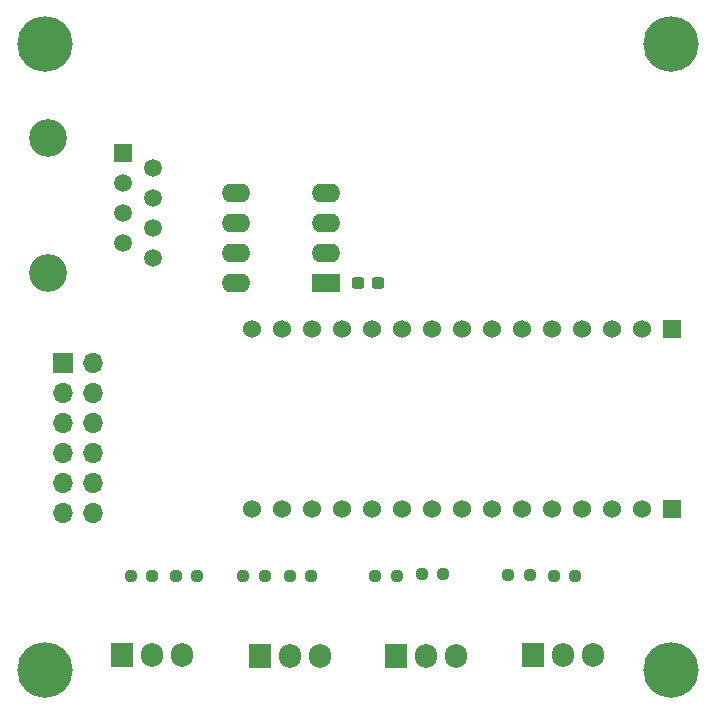
<source format=gts>
G04 #@! TF.GenerationSoftware,KiCad,Pcbnew,6.0.6*
G04 #@! TF.CreationDate,2022-08-23T19:51:20-05:00*
G04 #@! TF.ProjectId,Penguinator-Glue-Board,50656e67-7569-46e6-9174-6f722d476c75,rev?*
G04 #@! TF.SameCoordinates,Original*
G04 #@! TF.FileFunction,Soldermask,Top*
G04 #@! TF.FilePolarity,Negative*
%FSLAX46Y46*%
G04 Gerber Fmt 4.6, Leading zero omitted, Abs format (unit mm)*
G04 Created by KiCad (PCBNEW 6.0.6) date 2022-08-23 19:51:20*
%MOMM*%
%LPD*%
G01*
G04 APERTURE LIST*
G04 Aperture macros list*
%AMRoundRect*
0 Rectangle with rounded corners*
0 $1 Rounding radius*
0 $2 $3 $4 $5 $6 $7 $8 $9 X,Y pos of 4 corners*
0 Add a 4 corners polygon primitive as box body*
4,1,4,$2,$3,$4,$5,$6,$7,$8,$9,$2,$3,0*
0 Add four circle primitives for the rounded corners*
1,1,$1+$1,$2,$3*
1,1,$1+$1,$4,$5*
1,1,$1+$1,$6,$7*
1,1,$1+$1,$8,$9*
0 Add four rect primitives between the rounded corners*
20,1,$1+$1,$2,$3,$4,$5,0*
20,1,$1+$1,$4,$5,$6,$7,0*
20,1,$1+$1,$6,$7,$8,$9,0*
20,1,$1+$1,$8,$9,$2,$3,0*%
G04 Aperture macros list end*
%ADD10RoundRect,0.237500X0.300000X0.237500X-0.300000X0.237500X-0.300000X-0.237500X0.300000X-0.237500X0*%
%ADD11R,1.530000X1.530000*%
%ADD12C,1.530000*%
%ADD13R,2.400000X1.600000*%
%ADD14O,2.400000X1.600000*%
%ADD15RoundRect,0.237500X-0.250000X-0.237500X0.250000X-0.237500X0.250000X0.237500X-0.250000X0.237500X0*%
%ADD16R,1.905000X2.000000*%
%ADD17O,1.905000X2.000000*%
%ADD18R,1.700000X1.700000*%
%ADD19O,1.700000X1.700000*%
%ADD20C,3.200000*%
%ADD21R,1.500000X1.500000*%
%ADD22C,1.500000*%
%ADD23C,3.100000*%
%ADD24C,4.700000*%
G04 APERTURE END LIST*
D10*
X31723500Y-23749000D03*
X29998500Y-23749000D03*
D11*
X56601000Y-27632500D03*
D12*
X54061000Y-27632500D03*
X51521000Y-27632500D03*
X48981000Y-27632500D03*
X46441000Y-27632500D03*
X43901000Y-27632500D03*
X41361000Y-27632500D03*
X38821000Y-27632500D03*
X36281000Y-27632500D03*
X33741000Y-27632500D03*
X31201000Y-27632500D03*
X28661000Y-27632500D03*
X26121000Y-27632500D03*
X23581000Y-27632500D03*
X21041000Y-27632500D03*
X21041000Y-42872500D03*
X23581000Y-42872500D03*
X26121000Y-42872500D03*
X28661000Y-42872500D03*
X31201000Y-42872500D03*
X33741000Y-42872500D03*
X36281000Y-42872500D03*
X38821000Y-42872500D03*
X41361000Y-42872500D03*
X43901000Y-42872500D03*
X46441000Y-42872500D03*
X48981000Y-42872500D03*
X51521000Y-42872500D03*
X54061000Y-42872500D03*
D11*
X56601000Y-42872500D03*
D13*
X27320000Y-23739000D03*
D14*
X27320000Y-21199000D03*
X27320000Y-18659000D03*
X27320000Y-16119000D03*
X19700000Y-16119000D03*
X19700000Y-18659000D03*
X19700000Y-21199000D03*
X19700000Y-23739000D03*
D15*
X46585500Y-48514000D03*
X48410500Y-48514000D03*
X42759500Y-48466000D03*
X44584500Y-48466000D03*
X35409500Y-48387000D03*
X37234500Y-48387000D03*
X31472500Y-48514000D03*
X33297500Y-48514000D03*
X24233500Y-48514000D03*
X26058500Y-48514000D03*
X20296500Y-48514000D03*
X22121500Y-48514000D03*
X14581500Y-48514000D03*
X16406500Y-48514000D03*
X10771500Y-48514000D03*
X12596500Y-48514000D03*
D16*
X21717000Y-55301000D03*
D17*
X24257000Y-55301000D03*
X26797000Y-55301000D03*
X38354000Y-55301000D03*
X35814000Y-55301000D03*
D16*
X33274000Y-55301000D03*
X44831000Y-55174000D03*
D17*
X47371000Y-55174000D03*
X49911000Y-55174000D03*
D16*
X10033000Y-55174000D03*
D17*
X12573000Y-55174000D03*
X15113000Y-55174000D03*
D18*
X5080000Y-30480000D03*
D19*
X7620000Y-30480000D03*
X5080000Y-33020000D03*
X7620000Y-33020000D03*
X5080000Y-35560000D03*
X7620000Y-35560000D03*
X5080000Y-38100000D03*
X7620000Y-38100000D03*
X5080000Y-40640000D03*
X7620000Y-40640000D03*
X5080000Y-43180000D03*
X7620000Y-43180000D03*
D20*
X3810000Y-22860000D03*
X3810000Y-11430000D03*
D21*
X10160000Y-12700000D03*
D22*
X12700000Y-13970000D03*
X10160000Y-15240000D03*
X12700000Y-16510000D03*
X10160000Y-17780000D03*
X12700000Y-19050000D03*
X10160000Y-20320000D03*
X12700000Y-21590000D03*
D23*
X56500000Y-56500000D03*
D24*
X56500000Y-56500000D03*
X3500000Y-3500000D03*
D23*
X3500000Y-3500000D03*
X3500000Y-56500000D03*
D24*
X3500000Y-56500000D03*
D23*
X56500000Y-3500000D03*
D24*
X56500000Y-3500000D03*
M02*

</source>
